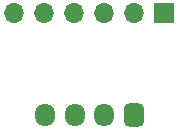
<source format=gbr>
%TF.GenerationSoftware,KiCad,Pcbnew,8.0.5*%
%TF.CreationDate,2025-02-28T15:26:59+09:00*%
%TF.ProjectId,PCB_HX711,5043425f-4858-4373-9131-2e6b69636164,rev?*%
%TF.SameCoordinates,Original*%
%TF.FileFunction,Soldermask,Bot*%
%TF.FilePolarity,Negative*%
%FSLAX46Y46*%
G04 Gerber Fmt 4.6, Leading zero omitted, Abs format (unit mm)*
G04 Created by KiCad (PCBNEW 8.0.5) date 2025-02-28 15:26:59*
%MOMM*%
%LPD*%
G01*
G04 APERTURE LIST*
G04 Aperture macros list*
%AMRoundRect*
0 Rectangle with rounded corners*
0 $1 Rounding radius*
0 $2 $3 $4 $5 $6 $7 $8 $9 X,Y pos of 4 corners*
0 Add a 4 corners polygon primitive as box body*
4,1,4,$2,$3,$4,$5,$6,$7,$8,$9,$2,$3,0*
0 Add four circle primitives for the rounded corners*
1,1,$1+$1,$2,$3*
1,1,$1+$1,$4,$5*
1,1,$1+$1,$6,$7*
1,1,$1+$1,$8,$9*
0 Add four rect primitives between the rounded corners*
20,1,$1+$1,$2,$3,$4,$5,0*
20,1,$1+$1,$4,$5,$6,$7,0*
20,1,$1+$1,$6,$7,$8,$9,0*
20,1,$1+$1,$8,$9,$2,$3,0*%
G04 Aperture macros list end*
%ADD10R,1.700000X1.700000*%
%ADD11O,1.700000X1.700000*%
%ADD12O,1.700000X1.950000*%
%ADD13RoundRect,0.425000X-0.425000X-0.550000X0.425000X-0.550000X0.425000X0.550000X-0.425000X0.550000X0*%
G04 APERTURE END LIST*
D10*
%TO.C,J1*%
X130450000Y-79340000D03*
D11*
X127910000Y-79340000D03*
X125370000Y-79340000D03*
X122830000Y-79340000D03*
X120290000Y-79340000D03*
X117750000Y-79340000D03*
%TD*%
D12*
%TO.C,J2*%
X120350000Y-87990000D03*
X122850000Y-87990000D03*
X125350000Y-87990000D03*
D13*
X127850000Y-87990000D03*
%TD*%
M02*

</source>
